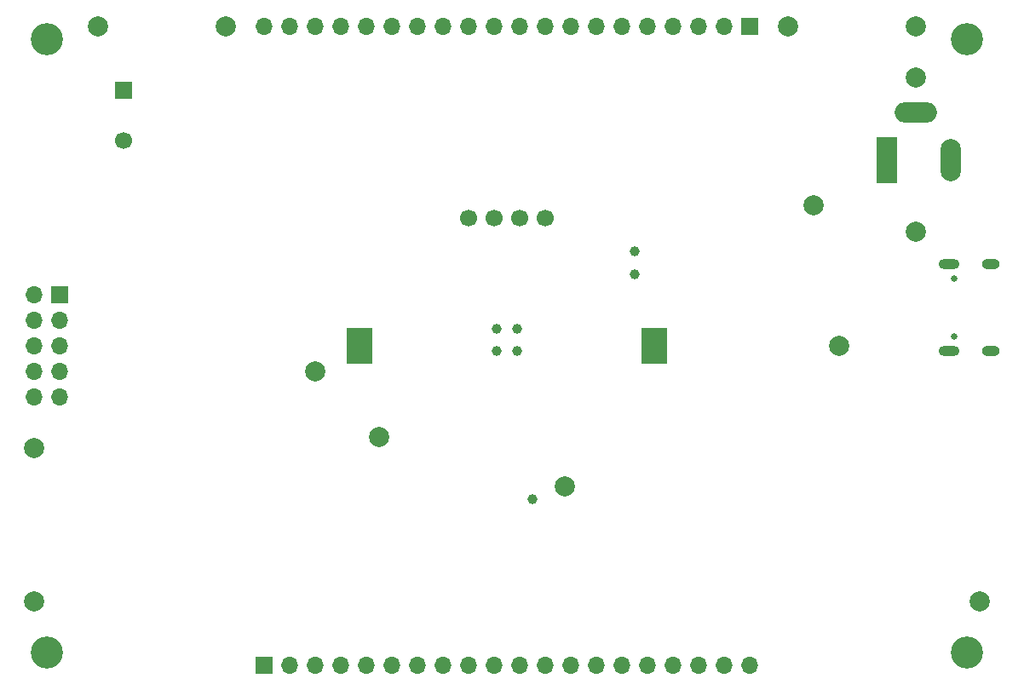
<source format=gbs>
G04 #@! TF.GenerationSoftware,KiCad,Pcbnew,8.0.0*
G04 #@! TF.CreationDate,2024-07-21T16:15:31-03:00*
G04 #@! TF.ProjectId,STM32XP,53544d33-3258-4502-9e6b-696361645f70,00*
G04 #@! TF.SameCoordinates,Original*
G04 #@! TF.FileFunction,Soldermask,Bot*
G04 #@! TF.FilePolarity,Negative*
%FSLAX46Y46*%
G04 Gerber Fmt 4.6, Leading zero omitted, Abs format (unit mm)*
G04 Created by KiCad (PCBNEW 8.0.0) date 2024-07-21 16:15:31*
%MOMM*%
%LPD*%
G01*
G04 APERTURE LIST*
%ADD10C,1.000000*%
%ADD11C,2.000000*%
%ADD12C,0.650000*%
%ADD13O,2.100000X1.000000*%
%ADD14O,1.800000X1.000000*%
%ADD15R,2.000000X4.600000*%
%ADD16O,2.000000X4.200000*%
%ADD17O,4.200000X2.000000*%
%ADD18C,3.200000*%
%ADD19R,1.700000X1.700000*%
%ADD20O,1.700000X1.700000*%
%ADD21C,1.700000*%
%ADD22R,2.600000X3.600000*%
G04 APERTURE END LIST*
D10*
G04 #@! TO.C,TP16*
X162700000Y-92888000D03*
G04 #@! TD*
G04 #@! TO.C,TP21*
X152540000Y-115240000D03*
G04 #@! TD*
G04 #@! TO.C,TP18*
X148984000Y-98349000D03*
G04 #@! TD*
G04 #@! TO.C,TP19*
X151016000Y-100508000D03*
G04 #@! TD*
G04 #@! TO.C,TP20*
X148984000Y-100508000D03*
G04 #@! TD*
G04 #@! TO.C,TP17*
X151016000Y-98349000D03*
G04 #@! TD*
G04 #@! TO.C,TP15*
X162700000Y-90602000D03*
G04 #@! TD*
D11*
G04 #@! TO.C,TP10*
X137300000Y-109048750D03*
G04 #@! TD*
G04 #@! TO.C,TP8*
X183020000Y-100000000D03*
G04 #@! TD*
D12*
G04 #@! TO.C,J4*
X194385000Y-99080000D03*
X194385000Y-93300000D03*
D13*
X193865000Y-100510000D03*
D14*
X198065000Y-100510000D03*
D13*
X193865000Y-91870000D03*
D14*
X198065000Y-91870000D03*
G04 #@! TD*
D11*
G04 #@! TO.C,TP2*
X122060000Y-68250000D03*
G04 #@! TD*
D15*
G04 #@! TO.C,J2*
X187740000Y-81600000D03*
D16*
X194040000Y-81600000D03*
D17*
X190640000Y-76800000D03*
G04 #@! TD*
D18*
G04 #@! TO.C,H4*
X195720000Y-130480000D03*
G04 #@! TD*
G04 #@! TO.C,H1*
X104280000Y-69520000D03*
G04 #@! TD*
D19*
G04 #@! TO.C,J1*
X174130000Y-68250000D03*
D20*
X171590000Y-68250000D03*
X169050000Y-68250000D03*
X166510000Y-68250000D03*
X163970000Y-68250000D03*
X161430000Y-68250000D03*
X158890000Y-68250000D03*
X156350000Y-68250000D03*
X153810000Y-68250000D03*
X151270000Y-68250000D03*
X148730000Y-68250000D03*
X146190000Y-68250000D03*
X143650000Y-68250000D03*
X141110000Y-68250000D03*
X138570000Y-68250000D03*
X136030000Y-68250000D03*
X133490000Y-68250000D03*
X130950000Y-68250000D03*
X128410000Y-68250000D03*
X125870000Y-68250000D03*
G04 #@! TD*
D11*
G04 #@! TO.C,TP3*
X177940000Y-68250000D03*
G04 #@! TD*
G04 #@! TO.C,TP14*
X196990000Y-125400000D03*
G04 #@! TD*
G04 #@! TO.C,TP9*
X130950000Y-102540000D03*
G04 #@! TD*
G04 #@! TO.C,TP5*
X190640000Y-73330000D03*
G04 #@! TD*
G04 #@! TO.C,TP4*
X190640000Y-68250000D03*
G04 #@! TD*
D18*
G04 #@! TO.C,H2*
X195720000Y-69520000D03*
G04 #@! TD*
D11*
G04 #@! TO.C,TP6*
X180480000Y-86030000D03*
G04 #@! TD*
D19*
G04 #@! TO.C,J6*
X125870000Y-131750000D03*
D20*
X128410000Y-131750000D03*
X130950000Y-131750000D03*
X133490000Y-131750000D03*
X136030000Y-131750000D03*
X138570000Y-131750000D03*
X141110000Y-131750000D03*
X143650000Y-131750000D03*
X146190000Y-131750000D03*
X148730000Y-131750000D03*
X151270000Y-131750000D03*
X153810000Y-131750000D03*
X156350000Y-131750000D03*
X158890000Y-131750000D03*
X161430000Y-131750000D03*
X163970000Y-131750000D03*
X166510000Y-131750000D03*
X169050000Y-131750000D03*
X171590000Y-131750000D03*
X174130000Y-131750000D03*
G04 #@! TD*
D11*
G04 #@! TO.C,TP12*
X155715000Y-113970000D03*
G04 #@! TD*
G04 #@! TO.C,TP1*
X109360000Y-68250000D03*
G04 #@! TD*
G04 #@! TO.C,TP7*
X190640000Y-88697000D03*
G04 #@! TD*
D21*
G04 #@! TO.C,U4*
X153810000Y-87300000D03*
X151270000Y-87300000D03*
X148730000Y-87300000D03*
X146190000Y-87300000D03*
G04 #@! TD*
D18*
G04 #@! TO.C,H3*
X104280000Y-130480000D03*
G04 #@! TD*
D11*
G04 #@! TO.C,TP13*
X103010000Y-125400000D03*
G04 #@! TD*
D19*
G04 #@! TO.C,J3*
X105550000Y-94920000D03*
D20*
X103010000Y-94920000D03*
X105550000Y-97460000D03*
X103010000Y-97460000D03*
X105550000Y-100000000D03*
X103010000Y-100000000D03*
X105550000Y-102540000D03*
X103010000Y-102540000D03*
X105550000Y-105080000D03*
X103010000Y-105080000D03*
G04 #@! TD*
D11*
G04 #@! TO.C,TP11*
X103010000Y-110160000D03*
G04 #@! TD*
D22*
G04 #@! TO.C,BT1*
X135350000Y-100000000D03*
X164650000Y-100000000D03*
G04 #@! TD*
D19*
G04 #@! TO.C,LS1*
X111900000Y-74640000D03*
D21*
X111900000Y-79640000D03*
G04 #@! TD*
M02*

</source>
